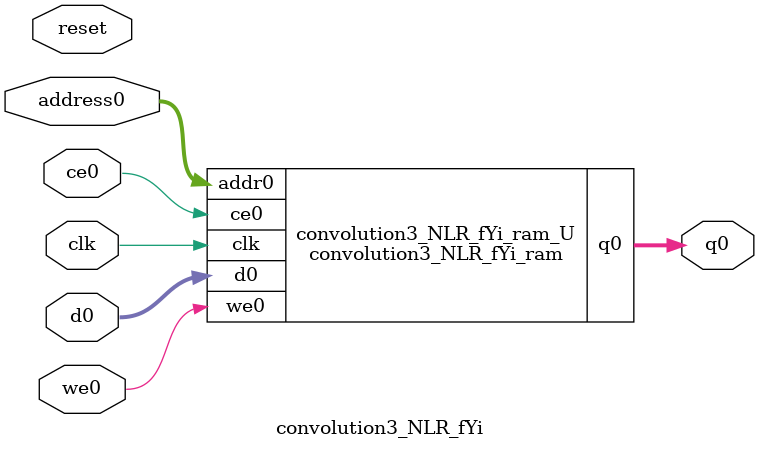
<source format=v>

`timescale 1 ns / 1 ps
module convolution3_NLR_fYi_ram (addr0, ce0, d0, we0, q0,  clk);

parameter DWIDTH = 16;
parameter AWIDTH = 8;
parameter MEM_SIZE = 225;

input[AWIDTH-1:0] addr0;
input ce0;
input[DWIDTH-1:0] d0;
input we0;
output reg[DWIDTH-1:0] q0;
input clk;

(* ram_style = "block" *)reg [DWIDTH-1:0] ram[0:MEM_SIZE-1];




always @(posedge clk)  
begin 
    if (ce0) 
    begin
        if (we0) 
        begin 
            ram[addr0] <= d0; 
            q0 <= d0;
        end 
        else 
            q0 <= ram[addr0];
    end
end


endmodule


`timescale 1 ns / 1 ps
module convolution3_NLR_fYi(
    reset,
    clk,
    address0,
    ce0,
    we0,
    d0,
    q0);

parameter DataWidth = 32'd16;
parameter AddressRange = 32'd225;
parameter AddressWidth = 32'd8;
input reset;
input clk;
input[AddressWidth - 1:0] address0;
input ce0;
input we0;
input[DataWidth - 1:0] d0;
output[DataWidth - 1:0] q0;



convolution3_NLR_fYi_ram convolution3_NLR_fYi_ram_U(
    .clk( clk ),
    .addr0( address0 ),
    .ce0( ce0 ),
    .d0( d0 ),
    .we0( we0 ),
    .q0( q0 ));

endmodule


</source>
